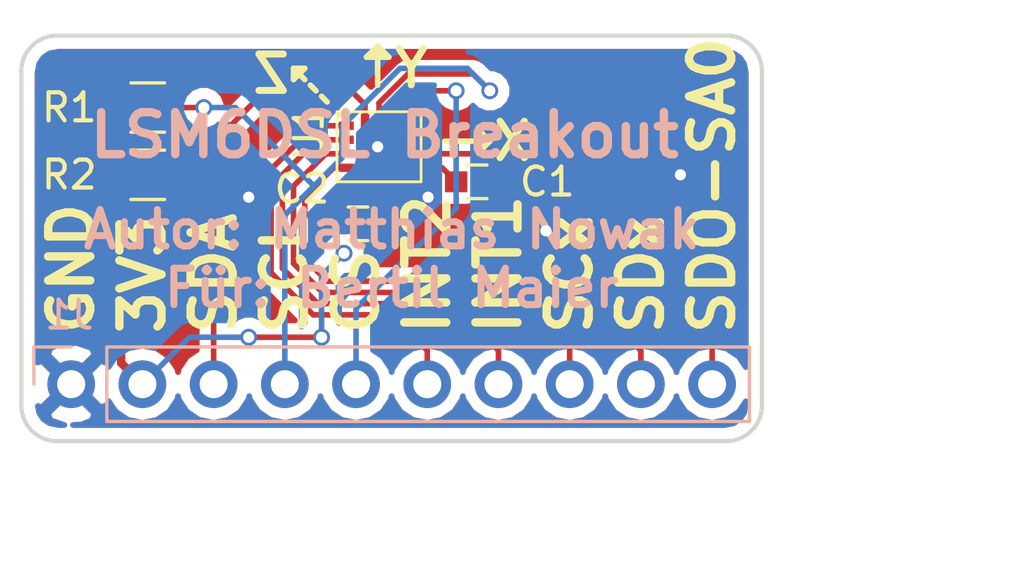
<source format=kicad_pcb>
(kicad_pcb (version 4) (host pcbnew 4.0.7)

  (general
    (links 20)
    (no_connects 0)
    (area 126.416999 112.954999 152.983001 127.583001)
    (thickness 1.6)
    (drawings 46)
    (tracks 113)
    (zones 0)
    (modules 6)
    (nets 13)
  )

  (page A4)
  (layers
    (0 F.Cu signal hide)
    (31 B.Cu signal)
    (32 B.Adhes user)
    (33 F.Adhes user)
    (34 B.Paste user)
    (35 F.Paste user)
    (36 B.SilkS user hide)
    (37 F.SilkS user hide)
    (38 B.Mask user)
    (39 F.Mask user)
    (40 Dwgs.User user)
    (41 Cmts.User user)
    (42 Eco1.User user)
    (43 Eco2.User user)
    (44 Edge.Cuts user)
    (45 Margin user)
    (46 B.CrtYd user)
    (47 F.CrtYd user)
    (48 B.Fab user)
    (49 F.Fab user hide)
  )

  (setup
    (last_trace_width 0.2)
    (user_trace_width 0.3)
    (trace_clearance 0.18)
    (zone_clearance 0.4)
    (zone_45_only no)
    (trace_min 0.16)
    (segment_width 0.2)
    (edge_width 0.15)
    (via_size 0.6)
    (via_drill 0.4)
    (via_min_size 0.5)
    (via_min_drill 0.3)
    (uvia_size 0.3)
    (uvia_drill 0.1)
    (uvias_allowed no)
    (uvia_min_size 0.2)
    (uvia_min_drill 0.1)
    (pcb_text_width 0.3)
    (pcb_text_size 1.5 1.5)
    (mod_edge_width 0.15)
    (mod_text_size 1 1)
    (mod_text_width 0.15)
    (pad_size 1.7 1.7)
    (pad_drill 1)
    (pad_to_mask_clearance 0.0508)
    (aux_axis_origin 0 0)
    (visible_elements 7FFFFDFF)
    (pcbplotparams
      (layerselection 0x00030_80000001)
      (usegerberextensions false)
      (excludeedgelayer true)
      (linewidth 0.100000)
      (plotframeref false)
      (viasonmask false)
      (mode 1)
      (useauxorigin false)
      (hpglpennumber 1)
      (hpglpenspeed 20)
      (hpglpendiameter 15)
      (hpglpenoverlay 2)
      (psnegative false)
      (psa4output false)
      (plotreference true)
      (plotvalue true)
      (plotinvisibletext false)
      (padsonsilk false)
      (subtractmaskfromsilk false)
      (outputformat 1)
      (mirror false)
      (drillshape 1)
      (scaleselection 1)
      (outputdirectory ""))
  )

  (net 0 "")
  (net 1 GND)
  (net 2 VDD)
  (net 3 SDA)
  (net 4 SCL)
  (net 5 CS)
  (net 6 INT1)
  (net 7 SCx)
  (net 8 SDx)
  (net 9 SDO-SA0)
  (net 10 "Net-(U1-Pad11)")
  (net 11 "Net-(U1-Pad10)")
  (net 12 INT2)

  (net_class Default "Dies ist die voreingestellte Netzklasse."
    (clearance 0.18)
    (trace_width 0.2)
    (via_dia 0.6)
    (via_drill 0.4)
    (uvia_dia 0.3)
    (uvia_drill 0.1)
    (add_net CS)
    (add_net GND)
    (add_net INT1)
    (add_net INT2)
    (add_net "Net-(U1-Pad10)")
    (add_net "Net-(U1-Pad11)")
    (add_net SCL)
    (add_net SCx)
    (add_net SDA)
    (add_net SDO-SA0)
    (add_net SDx)
    (add_net VDD)
  )

  (module Capacitors_SMD:C_0603 (layer F.Cu) (tedit 59958EE7) (tstamp 5AA1A5A0)
    (at 142.75 118.25)
    (descr "Capacitor SMD 0603, reflow soldering, AVX (see smccp.pdf)")
    (tags "capacitor 0603")
    (path /5AA19CF9)
    (attr smd)
    (fp_text reference C1 (at 2.5 0) (layer F.SilkS)
      (effects (font (size 1 1) (thickness 0.15)))
    )
    (fp_text value 100nF (at 0 1.5) (layer F.Fab)
      (effects (font (size 1 1) (thickness 0.15)))
    )
    (fp_line (start 1.4 0.65) (end -1.4 0.65) (layer F.CrtYd) (width 0.05))
    (fp_line (start 1.4 0.65) (end 1.4 -0.65) (layer F.CrtYd) (width 0.05))
    (fp_line (start -1.4 -0.65) (end -1.4 0.65) (layer F.CrtYd) (width 0.05))
    (fp_line (start -1.4 -0.65) (end 1.4 -0.65) (layer F.CrtYd) (width 0.05))
    (fp_line (start 0.35 0.6) (end -0.35 0.6) (layer F.SilkS) (width 0.12))
    (fp_line (start -0.35 -0.6) (end 0.35 -0.6) (layer F.SilkS) (width 0.12))
    (fp_line (start -0.8 -0.4) (end 0.8 -0.4) (layer F.Fab) (width 0.1))
    (fp_line (start 0.8 -0.4) (end 0.8 0.4) (layer F.Fab) (width 0.1))
    (fp_line (start 0.8 0.4) (end -0.8 0.4) (layer F.Fab) (width 0.1))
    (fp_line (start -0.8 0.4) (end -0.8 -0.4) (layer F.Fab) (width 0.1))
    (fp_text user %R (at 0 0) (layer F.Fab)
      (effects (font (size 0.3 0.3) (thickness 0.075)))
    )
    (pad 2 smd rect (at 0.75 0) (size 0.8 0.75) (layers F.Cu F.Paste F.Mask)
      (net 1 GND))
    (pad 1 smd rect (at -0.75 0) (size 0.8 0.75) (layers F.Cu F.Paste F.Mask)
      (net 2 VDD))
    (model Capacitors_SMD.3dshapes/C_0603.wrl
      (at (xyz 0 0 0))
      (scale (xyz 1 1 1))
      (rotate (xyz 0 0 0))
    )
  )

  (module Capacitors_SMD:C_0603 (layer F.Cu) (tedit 59958EE7) (tstamp 5AA1A5B1)
    (at 138.5 119.75)
    (descr "Capacitor SMD 0603, reflow soldering, AVX (see smccp.pdf)")
    (tags "capacitor 0603")
    (path /5AA19D2C)
    (attr smd)
    (fp_text reference C2 (at -2 -1.25 180) (layer F.SilkS)
      (effects (font (size 1 1) (thickness 0.15)))
    )
    (fp_text value 100nF (at 0 1.5) (layer F.Fab)
      (effects (font (size 1 1) (thickness 0.15)))
    )
    (fp_line (start 1.4 0.65) (end -1.4 0.65) (layer F.CrtYd) (width 0.05))
    (fp_line (start 1.4 0.65) (end 1.4 -0.65) (layer F.CrtYd) (width 0.05))
    (fp_line (start -1.4 -0.65) (end -1.4 0.65) (layer F.CrtYd) (width 0.05))
    (fp_line (start -1.4 -0.65) (end 1.4 -0.65) (layer F.CrtYd) (width 0.05))
    (fp_line (start 0.35 0.6) (end -0.35 0.6) (layer F.SilkS) (width 0.12))
    (fp_line (start -0.35 -0.6) (end 0.35 -0.6) (layer F.SilkS) (width 0.12))
    (fp_line (start -0.8 -0.4) (end 0.8 -0.4) (layer F.Fab) (width 0.1))
    (fp_line (start 0.8 -0.4) (end 0.8 0.4) (layer F.Fab) (width 0.1))
    (fp_line (start 0.8 0.4) (end -0.8 0.4) (layer F.Fab) (width 0.1))
    (fp_line (start -0.8 0.4) (end -0.8 -0.4) (layer F.Fab) (width 0.1))
    (fp_text user %R (at 0 0) (layer F.Fab)
      (effects (font (size 0.3 0.3) (thickness 0.075)))
    )
    (pad 2 smd rect (at 0.75 0) (size 0.8 0.75) (layers F.Cu F.Paste F.Mask)
      (net 1 GND))
    (pad 1 smd rect (at -0.75 0) (size 0.8 0.75) (layers F.Cu F.Paste F.Mask)
      (net 2 VDD))
    (model Capacitors_SMD.3dshapes/C_0603.wrl
      (at (xyz 0 0 0))
      (scale (xyz 1 1 1))
      (rotate (xyz 0 0 0))
    )
  )

  (module Pin_Headers:Pin_Header_Straight_1x10_Pitch2.54mm (layer B.Cu) (tedit 5AA1A43B) (tstamp 5AA1A5CF)
    (at 128.27 125.476 270)
    (descr "Through hole straight pin header, 1x10, 2.54mm pitch, single row")
    (tags "Through hole pin header THT 1x10 2.54mm single row")
    (path /5AA1ADE0)
    (fp_text reference J1 (at -2.476 0.07 540) (layer B.SilkS)
      (effects (font (size 1 1) (thickness 0.15)) (justify mirror))
    )
    (fp_text value Conn_01x10 (at -2.921 -19.812 540) (layer B.Fab)
      (effects (font (size 1 1) (thickness 0.15)) (justify mirror))
    )
    (fp_line (start -0.635 1.27) (end 1.27 1.27) (layer B.Fab) (width 0.1))
    (fp_line (start 1.27 1.27) (end 1.27 -24.13) (layer B.Fab) (width 0.1))
    (fp_line (start 1.27 -24.13) (end -1.27 -24.13) (layer B.Fab) (width 0.1))
    (fp_line (start -1.27 -24.13) (end -1.27 0.635) (layer B.Fab) (width 0.1))
    (fp_line (start -1.27 0.635) (end -0.635 1.27) (layer B.Fab) (width 0.1))
    (fp_line (start -1.33 -24.19) (end 1.33 -24.19) (layer B.SilkS) (width 0.12))
    (fp_line (start -1.33 -1.27) (end -1.33 -24.19) (layer B.SilkS) (width 0.12))
    (fp_line (start 1.33 -1.27) (end 1.33 -24.19) (layer B.SilkS) (width 0.12))
    (fp_line (start -1.33 -1.27) (end 1.33 -1.27) (layer B.SilkS) (width 0.12))
    (fp_line (start -1.33 0) (end -1.33 1.33) (layer B.SilkS) (width 0.12))
    (fp_line (start -1.33 1.33) (end 0 1.33) (layer B.SilkS) (width 0.12))
    (fp_line (start -1.8 1.8) (end -1.8 -24.65) (layer B.CrtYd) (width 0.05))
    (fp_line (start -1.8 -24.65) (end 1.8 -24.65) (layer B.CrtYd) (width 0.05))
    (fp_line (start 1.8 -24.65) (end 1.8 1.8) (layer B.CrtYd) (width 0.05))
    (fp_line (start 1.8 1.8) (end -1.8 1.8) (layer B.CrtYd) (width 0.05))
    (fp_text user %R (at 0 -11.43 540) (layer B.Fab)
      (effects (font (size 1 1) (thickness 0.15)) (justify mirror))
    )
    (pad 1 thru_hole circle (at 0 0 270) (size 1.7 1.7) (drill 1) (layers *.Cu *.Mask)
      (net 1 GND))
    (pad 2 thru_hole oval (at 0 -2.54 270) (size 1.7 1.7) (drill 1) (layers *.Cu *.Mask)
      (net 2 VDD))
    (pad 3 thru_hole oval (at 0 -5.08 270) (size 1.7 1.7) (drill 1) (layers *.Cu *.Mask)
      (net 3 SDA))
    (pad 4 thru_hole oval (at 0 -7.62 270) (size 1.7 1.7) (drill 1) (layers *.Cu *.Mask)
      (net 4 SCL))
    (pad 5 thru_hole oval (at 0 -10.16 270) (size 1.7 1.7) (drill 1) (layers *.Cu *.Mask)
      (net 5 CS))
    (pad 6 thru_hole oval (at 0 -12.7 270) (size 1.7 1.7) (drill 1) (layers *.Cu *.Mask)
      (net 9 SDO-SA0))
    (pad 7 thru_hole oval (at 0 -15.24 270) (size 1.7 1.7) (drill 1) (layers *.Cu *.Mask)
      (net 8 SDx))
    (pad 8 thru_hole oval (at 0 -17.78 270) (size 1.7 1.7) (drill 1) (layers *.Cu *.Mask)
      (net 7 SCx))
    (pad 9 thru_hole oval (at 0 -20.32 270) (size 1.7 1.7) (drill 1) (layers *.Cu *.Mask)
      (net 6 INT1))
    (pad 10 thru_hole oval (at 0 -22.86 270) (size 1.7 1.7) (drill 1) (layers *.Cu *.Mask)
      (net 12 INT2))
    (model ${KISYS3DMOD}/Pin_Headers.3dshapes/Pin_Header_Straight_1x10_Pitch2.54mm.wrl
      (at (xyz 0 0 0))
      (scale (xyz 1 1 1))
      (rotate (xyz 0 0 0))
    )
  )

  (module Resistors_SMD:R_0805 (layer F.Cu) (tedit 58E0A804) (tstamp 5AA1A5E0)
    (at 131 115.6)
    (descr "Resistor SMD 0805, reflow soldering, Vishay (see dcrcw.pdf)")
    (tags "resistor 0805")
    (path /5AA19D94)
    (attr smd)
    (fp_text reference R1 (at -2.8 0) (layer F.SilkS)
      (effects (font (size 1 1) (thickness 0.15)))
    )
    (fp_text value 4K7 (at 0 1.75) (layer F.Fab)
      (effects (font (size 1 1) (thickness 0.15)))
    )
    (fp_text user %R (at 0 0) (layer F.Fab)
      (effects (font (size 0.5 0.5) (thickness 0.075)))
    )
    (fp_line (start -1 0.62) (end -1 -0.62) (layer F.Fab) (width 0.1))
    (fp_line (start 1 0.62) (end -1 0.62) (layer F.Fab) (width 0.1))
    (fp_line (start 1 -0.62) (end 1 0.62) (layer F.Fab) (width 0.1))
    (fp_line (start -1 -0.62) (end 1 -0.62) (layer F.Fab) (width 0.1))
    (fp_line (start 0.6 0.88) (end -0.6 0.88) (layer F.SilkS) (width 0.12))
    (fp_line (start -0.6 -0.88) (end 0.6 -0.88) (layer F.SilkS) (width 0.12))
    (fp_line (start -1.55 -0.9) (end 1.55 -0.9) (layer F.CrtYd) (width 0.05))
    (fp_line (start -1.55 -0.9) (end -1.55 0.9) (layer F.CrtYd) (width 0.05))
    (fp_line (start 1.55 0.9) (end 1.55 -0.9) (layer F.CrtYd) (width 0.05))
    (fp_line (start 1.55 0.9) (end -1.55 0.9) (layer F.CrtYd) (width 0.05))
    (pad 1 smd rect (at -0.95 0) (size 0.7 1.3) (layers F.Cu F.Paste F.Mask)
      (net 2 VDD))
    (pad 2 smd rect (at 0.95 0) (size 0.7 1.3) (layers F.Cu F.Paste F.Mask)
      (net 4 SCL))
    (model ${KISYS3DMOD}/Resistors_SMD.3dshapes/R_0805.wrl
      (at (xyz 0 0 0))
      (scale (xyz 1 1 1))
      (rotate (xyz 0 0 0))
    )
  )

  (module Resistors_SMD:R_0805 (layer F.Cu) (tedit 58E0A804) (tstamp 5AA1A5F1)
    (at 131 118)
    (descr "Resistor SMD 0805, reflow soldering, Vishay (see dcrcw.pdf)")
    (tags "resistor 0805")
    (path /5AA19D5B)
    (attr smd)
    (fp_text reference R2 (at -2.8 0) (layer F.SilkS)
      (effects (font (size 1 1) (thickness 0.15)))
    )
    (fp_text value 4K7 (at 0 1.75) (layer F.Fab)
      (effects (font (size 1 1) (thickness 0.15)))
    )
    (fp_text user %R (at 0 0) (layer F.Fab)
      (effects (font (size 0.5 0.5) (thickness 0.075)))
    )
    (fp_line (start -1 0.62) (end -1 -0.62) (layer F.Fab) (width 0.1))
    (fp_line (start 1 0.62) (end -1 0.62) (layer F.Fab) (width 0.1))
    (fp_line (start 1 -0.62) (end 1 0.62) (layer F.Fab) (width 0.1))
    (fp_line (start -1 -0.62) (end 1 -0.62) (layer F.Fab) (width 0.1))
    (fp_line (start 0.6 0.88) (end -0.6 0.88) (layer F.SilkS) (width 0.12))
    (fp_line (start -0.6 -0.88) (end 0.6 -0.88) (layer F.SilkS) (width 0.12))
    (fp_line (start -1.55 -0.9) (end 1.55 -0.9) (layer F.CrtYd) (width 0.05))
    (fp_line (start -1.55 -0.9) (end -1.55 0.9) (layer F.CrtYd) (width 0.05))
    (fp_line (start 1.55 0.9) (end 1.55 -0.9) (layer F.CrtYd) (width 0.05))
    (fp_line (start 1.55 0.9) (end -1.55 0.9) (layer F.CrtYd) (width 0.05))
    (pad 1 smd rect (at -0.95 0) (size 0.7 1.3) (layers F.Cu F.Paste F.Mask)
      (net 2 VDD))
    (pad 2 smd rect (at 0.95 0) (size 0.7 1.3) (layers F.Cu F.Paste F.Mask)
      (net 3 SDA))
    (model ${KISYS3DMOD}/Resistors_SMD.3dshapes/R_0805.wrl
      (at (xyz 0 0 0))
      (scale (xyz 1 1 1))
      (rotate (xyz 0 0 0))
    )
  )

  (module LSM6DSL:LGA-14-2.5x3x0.86 (layer F.Cu) (tedit 5AA1A1F9) (tstamp 5AA1A609)
    (at 139.25 117)
    (path /5AA1A4D8)
    (fp_text reference U1 (at -2.5 -0.5 90) (layer F.SilkS)
      (effects (font (size 1 1) (thickness 0.15)))
    )
    (fp_text value LSM6DSL (at -0.05 -0.6) (layer F.Fab)
      (effects (font (size 1 1) (thickness 0.15)))
    )
    (fp_line (start -1.35 -1.25) (end -1.5 -1.1) (layer F.SilkS) (width 0.1))
    (fp_line (start -1.5 -1) (end -1.25 -1.25) (layer F.SilkS) (width 0.1))
    (fp_line (start 1.5 1.25) (end 1.5 -1.25) (layer F.SilkS) (width 0.1))
    (fp_line (start -1.5 1.25) (end 1.5 1.25) (layer F.SilkS) (width 0.1))
    (fp_line (start -1.5 -1.25) (end -1.5 1.25) (layer F.SilkS) (width 0.1))
    (fp_line (start 1.5 -1.25) (end -1.5 -1.25) (layer F.SilkS) (width 0.1))
    (pad 13 smd rect (at 0 -0.9125) (size 0.3 0.525) (layers F.Cu F.Paste F.Mask)
      (net 4 SCL))
    (pad 7 smd rect (at 0.5 0.9125) (size 0.3 0.525) (layers F.Cu F.Paste F.Mask)
      (net 1 GND))
    (pad 5 smd rect (at -0.5 0.9125) (size 0.3 0.525) (layers F.Cu F.Paste F.Mask)
      (net 2 VDD))
    (pad 12 smd rect (at 0.5 -0.9125) (size 0.3 0.525) (layers F.Cu F.Paste F.Mask)
      (net 5 CS))
    (pad 6 smd rect (at 0 0.9125) (size 0.3 0.525) (layers F.Cu F.Paste F.Mask)
      (net 1 GND))
    (pad 14 smd rect (at -0.5 -0.9125) (size 0.3 0.525) (layers F.Cu F.Paste F.Mask)
      (net 3 SDA))
    (pad 9 smd rect (at 1.1625 0.25 90) (size 0.3 0.525) (layers F.Cu F.Paste F.Mask)
      (net 12 INT2))
    (pad 8 smd rect (at 1.1625 0.75 90) (size 0.3 0.525) (layers F.Cu F.Paste F.Mask)
      (net 2 VDD))
    (pad 11 smd rect (at 1.1625 -0.75 90) (size 0.3 0.525) (layers F.Cu F.Paste F.Mask)
      (net 10 "Net-(U1-Pad11)"))
    (pad 10 smd rect (at 1.1625 -0.25 90) (size 0.3 0.525) (layers F.Cu F.Paste F.Mask)
      (net 11 "Net-(U1-Pad10)"))
    (pad 4 smd rect (at -1.1625 0.75 90) (size 0.3 0.525) (layers F.Cu F.Paste F.Mask)
      (net 6 INT1))
    (pad 3 smd rect (at -1.1625 0.25 90) (size 0.3 0.525) (layers F.Cu F.Paste F.Mask)
      (net 7 SCx))
    (pad 2 smd rect (at -1.1625 -0.25 90) (size 0.3 0.525) (layers F.Cu F.Paste F.Mask)
      (net 8 SDx))
    (pad 1 smd rect (at -1.1625 -0.75 90) (size 0.3 0.525) (layers F.Cu F.Paste F.Mask)
      (net 9 SDO-SA0))
  )

  (dimension 26.416 (width 0.3) (layer Eco1.User)
    (gr_text "26,416 mm" (at 139.7 132.668) (layer Eco1.User)
      (effects (font (size 1.5 1.5) (thickness 0.3)))
    )
    (feature1 (pts (xy 126.492 128.778) (xy 126.492 134.018)))
    (feature2 (pts (xy 152.908 128.778) (xy 152.908 134.018)))
    (crossbar (pts (xy 152.908 131.318) (xy 126.492 131.318)))
    (arrow1a (pts (xy 126.492 131.318) (xy 127.618504 130.731579)))
    (arrow1b (pts (xy 126.492 131.318) (xy 127.618504 131.904421)))
    (arrow2a (pts (xy 152.908 131.318) (xy 151.781496 130.731579)))
    (arrow2b (pts (xy 152.908 131.318) (xy 151.781496 131.904421)))
  )
  (dimension 14.478 (width 0.3) (layer Eco1.User)
    (gr_text "14,478 mm" (at 159.592 120.269 90) (layer Eco1.User)
      (effects (font (size 1.5 1.5) (thickness 0.3)))
    )
    (feature1 (pts (xy 154.178 113.03) (xy 160.942 113.03)))
    (feature2 (pts (xy 154.178 127.508) (xy 160.942 127.508)))
    (crossbar (pts (xy 158.242 127.508) (xy 158.242 113.03)))
    (arrow1a (pts (xy 158.242 113.03) (xy 158.828421 114.156504)))
    (arrow1b (pts (xy 158.242 113.03) (xy 157.655579 114.156504)))
    (arrow2a (pts (xy 158.242 127.508) (xy 158.828421 126.381496)))
    (arrow2b (pts (xy 158.242 127.508) (xy 157.655579 126.381496)))
  )
  (gr_arc (start 127.762 114.3) (end 126.492 114.3) (angle 90) (layer Edge.Cuts) (width 0.15))
  (gr_arc (start 151.638 114.3) (end 151.638 113.03) (angle 90) (layer Edge.Cuts) (width 0.15))
  (gr_arc (start 151.638 126.238) (end 152.908 126.238) (angle 90) (layer Edge.Cuts) (width 0.15))
  (gr_arc (start 127.762 126.238) (end 127.762 127.508) (angle 90) (layer Edge.Cuts) (width 0.15))
  (gr_line (start 143.2 116.8) (end 142.8 116.6) (layer F.SilkS) (width 0.2))
  (gr_line (start 143.2 116.8) (end 142.8 117) (layer F.SilkS) (width 0.2))
  (gr_line (start 142.8 117.2) (end 143.2 116.8) (layer F.SilkS) (width 0.2))
  (gr_line (start 142.8 116.8) (end 142.8 117.2) (layer F.SilkS) (width 0.2))
  (gr_line (start 142.8 116.4) (end 142.8 116.8) (layer F.SilkS) (width 0.2))
  (gr_line (start 143.2 116.8) (end 142.8 116.4) (layer F.SilkS) (width 0.2))
  (gr_line (start 139.2 113.4) (end 139 113.8) (layer F.SilkS) (width 0.2))
  (gr_line (start 139.2 113.4) (end 139.4 113.8) (layer F.SilkS) (width 0.2))
  (gr_line (start 139.6 113.8) (end 139.2 113.4) (layer F.SilkS) (width 0.2))
  (gr_line (start 139.2 113.8) (end 139.6 113.8) (layer F.SilkS) (width 0.2))
  (gr_line (start 138.8 113.8) (end 139.2 113.8) (layer F.SilkS) (width 0.2))
  (gr_line (start 139.2 113.4) (end 138.8 113.8) (layer F.SilkS) (width 0.2))
  (gr_text Z (at 135.4 114.4) (layer F.SilkS) (tstamp 5AA1AB5D)
    (effects (font (size 1.3 1.3) (thickness 0.25)) (justify mirror))
  )
  (gr_text X (at 144 116.8) (layer F.SilkS) (tstamp 5AA1AB56)
    (effects (font (size 1.3 1.3) (thickness 0.25)) (justify mirror))
  )
  (gr_text Y (at 140.4 114.2) (layer F.SilkS)
    (effects (font (size 1.3 1.3) (thickness 0.25)) (justify mirror))
  )
  (gr_line (start 136.6 114.2) (end 136.2 114.2) (layer F.SilkS) (width 0.2))
  (gr_line (start 136.2 114.6) (end 136.6 114.2) (layer F.SilkS) (width 0.2))
  (gr_line (start 136.2 114.2) (end 136.2 114.6) (layer F.SilkS) (width 0.2))
  (gr_line (start 136.4 114.4) (end 136.2 114.2) (layer F.SilkS) (width 0.2))
  (gr_line (start 136.6 114.6) (end 136.4 114.4) (layer F.SilkS) (width 0.2))
  (gr_line (start 137 115) (end 136.8 114.8) (layer F.SilkS) (width 0.2))
  (gr_line (start 137.4 115.4) (end 137.2 115.2) (layer F.SilkS) (width 0.2))
  (gr_line (start 139.2 114.8) (end 139.2 113.4) (layer F.SilkS) (width 0.2))
  (gr_line (start 141.6 116.8) (end 143.2 116.8) (layer F.SilkS) (width 0.2))
  (gr_line (start 126.492 114.3) (end 126.492 126.238) (layer Edge.Cuts) (width 0.15))
  (gr_line (start 151.638 113.03) (end 127.762 113.03) (layer Edge.Cuts) (width 0.15))
  (gr_line (start 152.908 126.238) (end 152.908 114.3) (layer Edge.Cuts) (width 0.15))
  (gr_text "Autor: Matthias Nowak\nFür: Bertil Maier" (at 139.7 121) (layer B.SilkS)
    (effects (font (size 1.3 1.3) (thickness 0.25)))
  )
  (gr_text "LSM6DSL Breakout" (at 139.446 116.586) (layer B.SilkS)
    (effects (font (size 1.5 1.5) (thickness 0.3)))
  )
  (gr_text SDO-SA0 (at 151.13 123.825 90) (layer F.SilkS) (tstamp 5AA1A861)
    (effects (font (size 1.5 1.5) (thickness 0.3)) (justify left))
  )
  (gr_text SDx (at 148.59 123.825 90) (layer F.SilkS) (tstamp 5AA1A860)
    (effects (font (size 1.5 1.5) (thickness 0.3)) (justify left))
  )
  (gr_text SCx (at 146.05 123.825 90) (layer F.SilkS) (tstamp 5AA1A85F)
    (effects (font (size 1.5 1.5) (thickness 0.3)) (justify left))
  )
  (gr_text INT1 (at 143.51 123.825 90) (layer F.SilkS) (tstamp 5AA1A85E)
    (effects (font (size 1.5 1.5) (thickness 0.3)) (justify left))
  )
  (gr_text INT2 (at 140.97 123.825 90) (layer F.SilkS) (tstamp 5AA1A85D)
    (effects (font (size 1.5 1.5) (thickness 0.3)) (justify left))
  )
  (gr_text CS (at 138.43 123.825 90) (layer F.SilkS) (tstamp 5AA1A85C)
    (effects (font (size 1.5 1.5) (thickness 0.3)) (justify left))
  )
  (gr_text SCL (at 135.89 123.825 90) (layer F.SilkS) (tstamp 5AA1A85B)
    (effects (font (size 1.5 1.5) (thickness 0.3)) (justify left))
  )
  (gr_text SDA (at 133.35 123.825 90) (layer F.SilkS) (tstamp 5AA1A85A)
    (effects (font (size 1.5 1.5) (thickness 0.3)) (justify left))
  )
  (gr_text 3V3 (at 130.81 123.825 90) (layer F.SilkS)
    (effects (font (size 1.5 1.5) (thickness 0.3)) (justify left))
  )
  (gr_text GND (at 128.27 123.825 90) (layer F.SilkS)
    (effects (font (size 1.5 1.5) (thickness 0.3)) (justify left))
  )
  (gr_line (start 127.762 127.508) (end 151.638 127.508) (layer Edge.Cuts) (width 0.15))

  (segment (start 139.2 117) (end 141 118.8) (width 0.2) (layer B.Cu) (net 1))
  (via (at 141 118.8) (size 0.6) (drill 0.4) (layers F.Cu B.Cu) (net 1))
  (segment (start 139.2 117) (end 139.2 118) (width 0.2) (layer B.Cu) (net 1))
  (segment (start 139.2 118) (end 140.6 119.4) (width 0.2) (layer B.Cu) (net 1))
  (segment (start 145.2 120) (end 148 120) (width 0.2) (layer B.Cu) (net 1))
  (segment (start 148 120) (end 150 118) (width 0.2) (layer B.Cu) (net 1))
  (via (at 150 118) (size 0.6) (drill 0.4) (layers F.Cu B.Cu) (net 1))
  (segment (start 143.5 118.25) (end 143.525 118.25) (width 0.2) (layer F.Cu) (net 1))
  (segment (start 143.525 118.25) (end 145.2 119.925) (width 0.2) (layer F.Cu) (net 1))
  (segment (start 145.2 119.925) (end 145.2 120) (width 0.2) (layer F.Cu) (net 1))
  (via (at 145.2 120) (size 0.6) (drill 0.4) (layers F.Cu B.Cu) (net 1))
  (segment (start 128.27 125.476) (end 134.6 119.146) (width 0.2) (layer B.Cu) (net 1))
  (segment (start 134.6 119.146) (end 134.6 118.8) (width 0.2) (layer B.Cu) (net 1))
  (via (at 134.6 118.8) (size 0.6) (drill 0.4) (layers F.Cu B.Cu) (net 1))
  (segment (start 139.25 117.9125) (end 139.25 117.05) (width 0.2) (layer F.Cu) (net 1))
  (segment (start 139.25 117.05) (end 139.2 117) (width 0.2) (layer F.Cu) (net 1))
  (via (at 139.2 117) (size 0.6) (drill 0.4) (layers F.Cu B.Cu) (net 1))
  (segment (start 139.25 117.9125) (end 139.75 117.9125) (width 0.2) (layer F.Cu) (net 1))
  (segment (start 134.6 123.8) (end 132.486 123.8) (width 0.2) (layer B.Cu) (net 2))
  (segment (start 132.486 123.8) (end 130.81 125.476) (width 0.2) (layer B.Cu) (net 2))
  (segment (start 137.2 123.8) (end 134.6 123.8) (width 0.2) (layer F.Cu) (net 2))
  (via (at 134.6 123.8) (size 0.6) (drill 0.4) (layers F.Cu B.Cu) (net 2))
  (segment (start 138 120.8) (end 137.2 121.6) (width 0.2) (layer B.Cu) (net 2))
  (segment (start 137.2 121.6) (end 137.2 123.8) (width 0.2) (layer B.Cu) (net 2))
  (via (at 137.2 123.8) (size 0.6) (drill 0.4) (layers F.Cu B.Cu) (net 2))
  (segment (start 137.75 119.75) (end 137.75 120.55) (width 0.2) (layer F.Cu) (net 2))
  (segment (start 137.75 120.55) (end 138 120.8) (width 0.2) (layer F.Cu) (net 2))
  (via (at 138 120.8) (size 0.6) (drill 0.4) (layers F.Cu B.Cu) (net 2))
  (segment (start 140.4125 117.75) (end 140.4125 118.1) (width 0.2) (layer F.Cu) (net 2))
  (segment (start 140.0125 118.5) (end 138.625 118.5) (width 0.2) (layer F.Cu) (net 2))
  (segment (start 140.4125 118.1) (end 140.0125 118.5) (width 0.2) (layer F.Cu) (net 2))
  (segment (start 130.05 115.6) (end 130.05 118) (width 0.3) (layer F.Cu) (net 2))
  (segment (start 130.05 118) (end 130.05 124.716) (width 0.3) (layer F.Cu) (net 2))
  (segment (start 130.05 124.716) (end 130.81 125.476) (width 0.3) (layer F.Cu) (net 2))
  (segment (start 140.4125 117.75) (end 141.5 117.75) (width 0.2) (layer F.Cu) (net 2))
  (segment (start 141.5 117.75) (end 142 118.25) (width 0.2) (layer F.Cu) (net 2))
  (segment (start 138.25 118.5) (end 137.75 119) (width 0.2) (layer F.Cu) (net 2))
  (segment (start 137.75 119) (end 137.75 119.75) (width 0.2) (layer F.Cu) (net 2))
  (segment (start 138.625 118.5) (end 138.25 118.5) (width 0.2) (layer F.Cu) (net 2))
  (segment (start 138.75 117.9125) (end 138.75 118.375) (width 0.2) (layer F.Cu) (net 2))
  (segment (start 138.75 118.375) (end 138.625 118.5) (width 0.2) (layer F.Cu) (net 2))
  (segment (start 133.35 118.4) (end 133.35 119) (width 0.2) (layer F.Cu) (net 3))
  (segment (start 133.35 119) (end 133.35 125.476) (width 0.2) (layer F.Cu) (net 3))
  (segment (start 131.95 118) (end 132.5 118) (width 0.2) (layer F.Cu) (net 3))
  (segment (start 132.5 118) (end 133.35 118.85) (width 0.2) (layer F.Cu) (net 3))
  (segment (start 133.35 118.85) (end 133.35 119) (width 0.2) (layer F.Cu) (net 3))
  (segment (start 133.35 118.15) (end 133.35 118.4) (width 0.2) (layer F.Cu) (net 3))
  (segment (start 133.35 118.4) (end 133.35 116.85) (width 0.2) (layer F.Cu) (net 3))
  (segment (start 135.2 115) (end 133.4 116.8) (width 0.2) (layer F.Cu) (net 3))
  (segment (start 133.35 116.85) (end 133.4 116.8) (width 0.2) (layer F.Cu) (net 3))
  (segment (start 136.5 115) (end 135.2 115) (width 0.2) (layer F.Cu) (net 3))
  (segment (start 138.75 116.0875) (end 138.75 115.5) (width 0.2) (layer F.Cu) (net 3))
  (segment (start 138.75 115.5) (end 138.25 115) (width 0.2) (layer F.Cu) (net 3))
  (segment (start 138.25 115) (end 136.5 115) (width 0.2) (layer F.Cu) (net 3))
  (segment (start 142.4 114.2) (end 140 114.2) (width 0.2) (layer B.Cu) (net 4))
  (segment (start 140 114.2) (end 137.925736 116.274264) (width 0.2) (layer B.Cu) (net 4))
  (segment (start 143.2 115) (end 142.4 114.2) (width 0.2) (layer B.Cu) (net 4))
  (segment (start 140.284302 114.4) (end 142.6 114.4) (width 0.2) (layer F.Cu) (net 4))
  (segment (start 142.6 114.4) (end 143.2 115) (width 0.2) (layer F.Cu) (net 4))
  (via (at 143.2 115) (size 0.6) (drill 0.4) (layers F.Cu B.Cu) (net 4))
  (segment (start 139.25 115.434302) (end 140.284302 114.4) (width 0.2) (layer F.Cu) (net 4))
  (segment (start 137.925736 117.4) (end 136.925736 118.4) (width 0.2) (layer B.Cu) (net 4))
  (segment (start 137.925736 116.274264) (end 137.925736 117.4) (width 0.2) (layer B.Cu) (net 4))
  (segment (start 136.925736 118.4) (end 135.89 119.435736) (width 0.2) (layer B.Cu) (net 4))
  (segment (start 133 115.6) (end 134.125736 115.6) (width 0.2) (layer B.Cu) (net 4))
  (segment (start 134.125736 115.6) (end 136.925736 118.4) (width 0.2) (layer B.Cu) (net 4))
  (segment (start 131.95 115.6) (end 133 115.6) (width 0.2) (layer F.Cu) (net 4))
  (via (at 133 115.6) (size 0.6) (drill 0.4) (layers F.Cu B.Cu) (net 4))
  (segment (start 135.89 119.435736) (end 135.89 124.273919) (width 0.2) (layer B.Cu) (net 4))
  (segment (start 135.89 124.273919) (end 135.89 125.476) (width 0.2) (layer B.Cu) (net 4))
  (segment (start 139.25 116.0875) (end 139.25 115.434302) (width 0.2) (layer F.Cu) (net 4))
  (segment (start 142 115) (end 142 119.2) (width 0.2) (layer B.Cu) (net 5))
  (segment (start 142 119.2) (end 138.43 122.77) (width 0.2) (layer B.Cu) (net 5))
  (segment (start 138.43 122.77) (end 138.43 125.476) (width 0.2) (layer B.Cu) (net 5))
  (segment (start 139.75 115.5) (end 140.25 115) (width 0.2) (layer F.Cu) (net 5))
  (segment (start 140.25 115) (end 142 115) (width 0.2) (layer F.Cu) (net 5))
  (via (at 142 115) (size 0.6) (drill 0.4) (layers F.Cu B.Cu) (net 5))
  (segment (start 139.75 115.975) (end 139.75 115.5) (width 0.2) (layer F.Cu) (net 5))
  (segment (start 139.75 116.0875) (end 139.75 115.975) (width 0.2) (layer F.Cu) (net 5))
  (segment (start 138.0875 117.75) (end 137.625 117.75) (width 0.2) (layer F.Cu) (net 6))
  (segment (start 148.59 124.273919) (end 148.59 125.476) (width 0.2) (layer F.Cu) (net 6))
  (segment (start 146.116081 121.8) (end 148.59 124.273919) (width 0.2) (layer F.Cu) (net 6))
  (segment (start 137.4 121.8) (end 146.116081 121.8) (width 0.2) (layer F.Cu) (net 6))
  (segment (start 136.6 121) (end 137.4 121.8) (width 0.2) (layer F.Cu) (net 6))
  (segment (start 136.6 118.775) (end 136.6 121) (width 0.2) (layer F.Cu) (net 6))
  (segment (start 137.625 117.75) (end 136.6 118.775) (width 0.2) (layer F.Cu) (net 6))
  (segment (start 144.4 122.2) (end 146.05 123.85) (width 0.2) (layer F.Cu) (net 7))
  (segment (start 138.0875 117.25) (end 137.35 117.25) (width 0.2) (layer F.Cu) (net 7))
  (segment (start 137.35 117.25) (end 136.2 118.4) (width 0.2) (layer F.Cu) (net 7))
  (segment (start 136.2 121.165699) (end 137.234301 122.2) (width 0.2) (layer F.Cu) (net 7))
  (segment (start 136.2 118.4) (end 136.2 121.165699) (width 0.2) (layer F.Cu) (net 7))
  (segment (start 137.234301 122.2) (end 144.4 122.2) (width 0.2) (layer F.Cu) (net 7))
  (segment (start 146.05 123.85) (end 146.05 125.476) (width 0.2) (layer F.Cu) (net 7))
  (segment (start 143.51 125.476) (end 143.51 124.273919) (width 0.2) (layer F.Cu) (net 8))
  (segment (start 135.799992 118.000008) (end 137.05 116.75) (width 0.2) (layer F.Cu) (net 8))
  (segment (start 135.799992 121.331389) (end 135.799992 118.000008) (width 0.2) (layer F.Cu) (net 8))
  (segment (start 137.068611 122.600008) (end 135.799992 121.331389) (width 0.2) (layer F.Cu) (net 8))
  (segment (start 141.836073 122.600008) (end 137.068611 122.600008) (width 0.2) (layer F.Cu) (net 8))
  (segment (start 141.836081 122.6) (end 141.836073 122.600008) (width 0.2) (layer F.Cu) (net 8))
  (segment (start 143.51 124.273919) (end 141.836081 122.6) (width 0.2) (layer F.Cu) (net 8))
  (segment (start 137.05 116.75) (end 138.0875 116.75) (width 0.2) (layer F.Cu) (net 8))
  (segment (start 135.399982 121.497078) (end 136.8 122.897096) (width 0.2) (layer F.Cu) (net 9))
  (segment (start 138.0875 116.25) (end 136.95 116.25) (width 0.2) (layer F.Cu) (net 9))
  (segment (start 135.399982 117.800018) (end 135.399982 117.834319) (width 0.2) (layer F.Cu) (net 9))
  (segment (start 136.95 116.25) (end 135.399982 117.800018) (width 0.2) (layer F.Cu) (net 9))
  (segment (start 135.399982 117.834319) (end 135.399982 121.497078) (width 0.2) (layer F.Cu) (net 9))
  (segment (start 136.902922 123.000018) (end 136.8 122.897096) (width 0.2) (layer F.Cu) (net 9))
  (segment (start 139.696099 123.000018) (end 136.902922 123.000018) (width 0.2) (layer F.Cu) (net 9))
  (segment (start 140.97 124.273919) (end 139.696099 123.000018) (width 0.2) (layer F.Cu) (net 9))
  (segment (start 140.97 125.476) (end 140.97 124.273919) (width 0.2) (layer F.Cu) (net 9))
  (segment (start 140.4125 117.25) (end 144.25 117.25) (width 0.2) (layer F.Cu) (net 12))
  (segment (start 144.25 117.25) (end 151.13 124.13) (width 0.2) (layer F.Cu) (net 12))
  (segment (start 151.13 124.13) (end 151.13 125.476) (width 0.2) (layer F.Cu) (net 12))

  (zone (net 1) (net_name GND) (layer B.Cu) (tstamp 0) (hatch edge 0.508)
    (connect_pads (clearance 0.4))
    (min_thickness 0.2)
    (fill yes (arc_segments 16) (thermal_gap 0.508) (thermal_bridge_width 0.508))
    (polygon
      (pts
        (xy 125.73 128.27) (xy 153.67 128.27) (xy 153.67 111.76) (xy 125.73 111.76)
      )
    )
    (filled_polygon
      (pts
        (xy 139.77039 113.645672) (xy 139.575736 113.775736) (xy 137.501472 115.85) (xy 137.371408 116.044654) (xy 137.325736 116.274264)
        (xy 137.325736 117.151472) (xy 136.925736 117.551472) (xy 134.55 115.175736) (xy 134.355346 115.045672) (xy 134.125736 115)
        (xy 133.531432 115) (xy 133.453755 114.922188) (xy 133.159828 114.800139) (xy 132.841568 114.799861) (xy 132.547428 114.921397)
        (xy 132.322188 115.146245) (xy 132.200139 115.440172) (xy 132.199861 115.758432) (xy 132.321397 116.052572) (xy 132.546245 116.277812)
        (xy 132.840172 116.399861) (xy 133.158432 116.400139) (xy 133.452572 116.278603) (xy 133.531312 116.2) (xy 133.877208 116.2)
        (xy 136.077208 118.4) (xy 135.465736 119.011472) (xy 135.335672 119.206126) (xy 135.29 119.435736) (xy 135.29 123.375011)
        (xy 135.278603 123.347428) (xy 135.053755 123.122188) (xy 134.759828 123.000139) (xy 134.441568 122.999861) (xy 134.147428 123.121397)
        (xy 134.068688 123.2) (xy 132.486 123.2) (xy 132.25639 123.245672) (xy 132.061736 123.375736) (xy 131.250332 124.18714)
        (xy 130.81 124.099552) (xy 130.293377 124.202315) (xy 129.855406 124.494958) (xy 129.610525 124.861448) (xy 129.556704 124.73151)
        (xy 129.31627 124.647519) (xy 128.487789 125.476) (xy 129.31627 126.304481) (xy 129.556704 126.22049) (xy 129.604181 126.081057)
        (xy 129.855406 126.457042) (xy 130.293377 126.749685) (xy 130.81 126.852448) (xy 131.326623 126.749685) (xy 131.764594 126.457042)
        (xy 132.057237 126.019071) (xy 132.08 125.904634) (xy 132.102763 126.019071) (xy 132.395406 126.457042) (xy 132.833377 126.749685)
        (xy 133.35 126.852448) (xy 133.866623 126.749685) (xy 134.304594 126.457042) (xy 134.597237 126.019071) (xy 134.62 125.904634)
        (xy 134.642763 126.019071) (xy 134.935406 126.457042) (xy 135.373377 126.749685) (xy 135.89 126.852448) (xy 136.406623 126.749685)
        (xy 136.844594 126.457042) (xy 137.137237 126.019071) (xy 137.16 125.904634) (xy 137.182763 126.019071) (xy 137.475406 126.457042)
        (xy 137.913377 126.749685) (xy 138.43 126.852448) (xy 138.946623 126.749685) (xy 139.384594 126.457042) (xy 139.677237 126.019071)
        (xy 139.7 125.904634) (xy 139.722763 126.019071) (xy 140.015406 126.457042) (xy 140.453377 126.749685) (xy 140.97 126.852448)
        (xy 141.486623 126.749685) (xy 141.924594 126.457042) (xy 142.217237 126.019071) (xy 142.24 125.904634) (xy 142.262763 126.019071)
        (xy 142.555406 126.457042) (xy 142.993377 126.749685) (xy 143.51 126.852448) (xy 144.026623 126.749685) (xy 144.464594 126.457042)
        (xy 144.757237 126.019071) (xy 144.78 125.904634) (xy 144.802763 126.019071) (xy 145.095406 126.457042) (xy 145.533377 126.749685)
        (xy 146.05 126.852448) (xy 146.566623 126.749685) (xy 147.004594 126.457042) (xy 147.297237 126.019071) (xy 147.32 125.904634)
        (xy 147.342763 126.019071) (xy 147.635406 126.457042) (xy 148.073377 126.749685) (xy 148.59 126.852448) (xy 149.106623 126.749685)
        (xy 149.544594 126.457042) (xy 149.837237 126.019071) (xy 149.86 125.904634) (xy 149.882763 126.019071) (xy 150.175406 126.457042)
        (xy 150.613377 126.749685) (xy 151.13 126.852448) (xy 151.646623 126.749685) (xy 152.084594 126.457042) (xy 152.333 126.085276)
        (xy 152.333 126.181366) (xy 152.269688 126.499655) (xy 152.121475 126.721474) (xy 151.899655 126.869689) (xy 151.581366 126.933)
        (xy 128.332514 126.933) (xy 128.653402 126.91227) (xy 129.01449 126.762704) (xy 129.098481 126.52227) (xy 128.27 125.693789)
        (xy 127.441519 126.52227) (xy 127.52551 126.762704) (xy 128.025644 126.933) (xy 127.818634 126.933) (xy 127.500345 126.869688)
        (xy 127.278526 126.721475) (xy 127.130311 126.499655) (xy 127.081614 126.254835) (xy 127.22373 126.304481) (xy 128.052211 125.476)
        (xy 127.22373 124.647519) (xy 127.067 124.70227) (xy 127.067 124.42973) (xy 127.441519 124.42973) (xy 128.27 125.258211)
        (xy 129.098481 124.42973) (xy 129.01449 124.189296) (xy 128.465419 124.002337) (xy 127.886598 124.03973) (xy 127.52551 124.189296)
        (xy 127.441519 124.42973) (xy 127.067 124.42973) (xy 127.067 114.356634) (xy 127.130311 114.038345) (xy 127.278526 113.816525)
        (xy 127.500345 113.668312) (xy 127.818634 113.605) (xy 139.974863 113.605)
      )
    )
    (filled_polygon
      (pts
        (xy 151.899655 113.668311) (xy 152.121475 113.816526) (xy 152.269688 114.038345) (xy 152.333 114.356634) (xy 152.333 124.866724)
        (xy 152.084594 124.494958) (xy 151.646623 124.202315) (xy 151.13 124.099552) (xy 150.613377 124.202315) (xy 150.175406 124.494958)
        (xy 149.882763 124.932929) (xy 149.86 125.047366) (xy 149.837237 124.932929) (xy 149.544594 124.494958) (xy 149.106623 124.202315)
        (xy 148.59 124.099552) (xy 148.073377 124.202315) (xy 147.635406 124.494958) (xy 147.342763 124.932929) (xy 147.32 125.047366)
        (xy 147.297237 124.932929) (xy 147.004594 124.494958) (xy 146.566623 124.202315) (xy 146.05 124.099552) (xy 145.533377 124.202315)
        (xy 145.095406 124.494958) (xy 144.802763 124.932929) (xy 144.78 125.047366) (xy 144.757237 124.932929) (xy 144.464594 124.494958)
        (xy 144.026623 124.202315) (xy 143.51 124.099552) (xy 142.993377 124.202315) (xy 142.555406 124.494958) (xy 142.262763 124.932929)
        (xy 142.24 125.047366) (xy 142.217237 124.932929) (xy 141.924594 124.494958) (xy 141.486623 124.202315) (xy 140.97 124.099552)
        (xy 140.453377 124.202315) (xy 140.015406 124.494958) (xy 139.722763 124.932929) (xy 139.7 125.047366) (xy 139.677237 124.932929)
        (xy 139.384594 124.494958) (xy 139.03 124.258026) (xy 139.03 123.018528) (xy 142.424264 119.624264) (xy 142.554328 119.429611)
        (xy 142.6 119.2) (xy 142.6 115.531432) (xy 142.60006 115.531372) (xy 142.746245 115.677812) (xy 143.040172 115.799861)
        (xy 143.358432 115.800139) (xy 143.652572 115.678603) (xy 143.877812 115.453755) (xy 143.999861 115.159828) (xy 144.000139 114.841568)
        (xy 143.878603 114.547428) (xy 143.653755 114.322188) (xy 143.359828 114.200139) (xy 143.24857 114.200042) (xy 142.824264 113.775736)
        (xy 142.62961 113.645672) (xy 142.425137 113.605) (xy 151.581366 113.605)
      )
    )
    (filled_polygon
      (pts
        (xy 141.200139 114.840172) (xy 141.199861 115.158432) (xy 141.321397 115.452572) (xy 141.4 115.531312) (xy 141.4 118.951472)
        (xy 138.005736 122.345736) (xy 137.875672 122.54039) (xy 137.83 122.77) (xy 137.83 123.29874) (xy 137.8 123.268688)
        (xy 137.8 121.848528) (xy 138.048485 121.600043) (xy 138.158432 121.600139) (xy 138.452572 121.478603) (xy 138.677812 121.253755)
        (xy 138.799861 120.959828) (xy 138.800139 120.641568) (xy 138.678603 120.347428) (xy 138.453755 120.122188) (xy 138.159828 120.000139)
        (xy 137.841568 119.999861) (xy 137.547428 120.121397) (xy 137.322188 120.346245) (xy 137.200139 120.640172) (xy 137.200042 120.75143)
        (xy 136.775736 121.175736) (xy 136.645672 121.37039) (xy 136.6 121.6) (xy 136.6 123.268568) (xy 136.522188 123.346245)
        (xy 136.49 123.423762) (xy 136.49 119.684264) (xy 138.35 117.824264) (xy 138.480064 117.62961) (xy 138.525736 117.4)
        (xy 138.525736 116.522792) (xy 140.248528 114.8) (xy 141.21682 114.8)
      )
    )
  )
  (zone (net 1) (net_name GND) (layer F.Cu) (tstamp 5AA1A8B1) (hatch edge 0.508)
    (connect_pads (clearance 0.4))
    (min_thickness 0.2)
    (fill yes (arc_segments 16) (thermal_gap 0.508) (thermal_bridge_width 0.508))
    (polygon
      (pts
        (xy 125.73 128.27) (xy 153.67 128.27) (xy 153.67 111.76) (xy 125.73 111.76)
      )
    )
    (filled_polygon
      (pts
        (xy 151.899655 113.668311) (xy 152.121475 113.816526) (xy 152.269688 114.038345) (xy 152.333 114.356634) (xy 152.333 124.866724)
        (xy 152.084594 124.494958) (xy 151.73 124.258026) (xy 151.73 124.13) (xy 151.710031 124.02961) (xy 151.684328 123.900389)
        (xy 151.554264 123.705736) (xy 144.674264 116.825736) (xy 144.47961 116.695672) (xy 144.25 116.65) (xy 141.184795 116.65)
        (xy 141.184795 116.6) (xy 141.165288 116.496328) (xy 141.184795 116.4) (xy 141.184795 116.1) (xy 141.149931 115.914711)
        (xy 141.040425 115.744535) (xy 140.873339 115.63037) (xy 140.723369 115.6) (xy 141.468568 115.6) (xy 141.546245 115.677812)
        (xy 141.840172 115.799861) (xy 142.158432 115.800139) (xy 142.452572 115.678603) (xy 142.60006 115.531372) (xy 142.746245 115.677812)
        (xy 143.040172 115.799861) (xy 143.358432 115.800139) (xy 143.652572 115.678603) (xy 143.877812 115.453755) (xy 143.999861 115.159828)
        (xy 144.000139 114.841568) (xy 143.878603 114.547428) (xy 143.653755 114.322188) (xy 143.359828 114.200139) (xy 143.24857 114.200042)
        (xy 143.024264 113.975736) (xy 142.82961 113.845672) (xy 142.6 113.8) (xy 140.284302 113.8) (xy 140.054692 113.845672)
        (xy 139.860038 113.975736) (xy 138.967151 114.868623) (xy 138.674264 114.575736) (xy 138.47961 114.445672) (xy 138.25 114.4)
        (xy 135.2 114.4) (xy 134.970389 114.445672) (xy 134.775736 114.575736) (xy 133.800043 115.551429) (xy 133.800139 115.441568)
        (xy 133.678603 115.147428) (xy 133.453755 114.922188) (xy 133.159828 114.800139) (xy 132.841568 114.799861) (xy 132.785875 114.822873)
        (xy 132.774931 114.764711) (xy 132.665425 114.594535) (xy 132.498339 114.48037) (xy 132.3 114.440205) (xy 131.6 114.440205)
        (xy 131.414711 114.475069) (xy 131.244535 114.584575) (xy 131.13037 114.751661) (xy 131.090205 114.95) (xy 131.090205 116.25)
        (xy 131.125069 116.435289) (xy 131.234575 116.605465) (xy 131.401661 116.71963) (xy 131.6 116.759795) (xy 132.3 116.759795)
        (xy 132.485289 116.724931) (xy 132.655465 116.615425) (xy 132.76963 116.448339) (xy 132.784157 116.376602) (xy 132.840172 116.399861)
        (xy 132.951514 116.399958) (xy 132.925736 116.425736) (xy 132.795672 116.62039) (xy 132.75 116.85) (xy 132.75 117.125967)
        (xy 132.665425 116.994535) (xy 132.498339 116.88037) (xy 132.3 116.840205) (xy 131.6 116.840205) (xy 131.414711 116.875069)
        (xy 131.244535 116.984575) (xy 131.13037 117.151661) (xy 131.090205 117.35) (xy 131.090205 118.65) (xy 131.125069 118.835289)
        (xy 131.234575 119.005465) (xy 131.401661 119.11963) (xy 131.6 119.159795) (xy 132.3 119.159795) (xy 132.485289 119.124931)
        (xy 132.655465 119.015425) (xy 132.660105 119.008633) (xy 132.75 119.098528) (xy 132.75 124.258026) (xy 132.395406 124.494958)
        (xy 132.102763 124.932929) (xy 132.08 125.047366) (xy 132.057237 124.932929) (xy 131.764594 124.494958) (xy 131.326623 124.202315)
        (xy 130.81 124.099552) (xy 130.7 124.121432) (xy 130.7 119.051116) (xy 130.755465 119.015425) (xy 130.86963 118.848339)
        (xy 130.909795 118.65) (xy 130.909795 117.35) (xy 130.874931 117.164711) (xy 130.765425 116.994535) (xy 130.7 116.949832)
        (xy 130.7 116.651116) (xy 130.755465 116.615425) (xy 130.86963 116.448339) (xy 130.909795 116.25) (xy 130.909795 114.95)
        (xy 130.874931 114.764711) (xy 130.765425 114.594535) (xy 130.598339 114.48037) (xy 130.4 114.440205) (xy 129.7 114.440205)
        (xy 129.514711 114.475069) (xy 129.344535 114.584575) (xy 129.23037 114.751661) (xy 129.190205 114.95) (xy 129.190205 116.25)
        (xy 129.225069 116.435289) (xy 129.334575 116.605465) (xy 129.4 116.650168) (xy 129.4 116.948884) (xy 129.344535 116.984575)
        (xy 129.23037 117.151661) (xy 129.190205 117.35) (xy 129.190205 118.65) (xy 129.225069 118.835289) (xy 129.334575 119.005465)
        (xy 129.4 119.050168) (xy 129.4 124.676768) (xy 129.31627 124.647519) (xy 128.487789 125.476) (xy 129.31627 126.304481)
        (xy 129.556704 126.22049) (xy 129.604181 126.081057) (xy 129.855406 126.457042) (xy 130.293377 126.749685) (xy 130.81 126.852448)
        (xy 131.326623 126.749685) (xy 131.764594 126.457042) (xy 132.057237 126.019071) (xy 132.08 125.904634) (xy 132.102763 126.019071)
        (xy 132.395406 126.457042) (xy 132.833377 126.749685) (xy 133.35 126.852448) (xy 133.866623 126.749685) (xy 134.304594 126.457042)
        (xy 134.597237 126.019071) (xy 134.62 125.904634) (xy 134.642763 126.019071) (xy 134.935406 126.457042) (xy 135.373377 126.749685)
        (xy 135.89 126.852448) (xy 136.406623 126.749685) (xy 136.844594 126.457042) (xy 137.137237 126.019071) (xy 137.16 125.904634)
        (xy 137.182763 126.019071) (xy 137.475406 126.457042) (xy 137.913377 126.749685) (xy 138.43 126.852448) (xy 138.946623 126.749685)
        (xy 139.384594 126.457042) (xy 139.677237 126.019071) (xy 139.7 125.904634) (xy 139.722763 126.019071) (xy 140.015406 126.457042)
        (xy 140.453377 126.749685) (xy 140.97 126.852448) (xy 141.486623 126.749685) (xy 141.924594 126.457042) (xy 142.217237 126.019071)
        (xy 142.24 125.904634) (xy 142.262763 126.019071) (xy 142.555406 126.457042) (xy 142.993377 126.749685) (xy 143.51 126.852448)
        (xy 144.026623 126.749685) (xy 144.464594 126.457042) (xy 144.757237 126.019071) (xy 144.78 125.904634) (xy 144.802763 126.019071)
        (xy 145.095406 126.457042) (xy 145.533377 126.749685) (xy 146.05 126.852448) (xy 146.566623 126.749685) (xy 147.004594 126.457042)
        (xy 147.297237 126.019071) (xy 147.32 125.904634) (xy 147.342763 126.019071) (xy 147.635406 126.457042) (xy 148.073377 126.749685)
        (xy 148.59 126.852448) (xy 149.106623 126.749685) (xy 149.544594 126.457042) (xy 149.837237 126.019071) (xy 149.86 125.904634)
        (xy 149.882763 126.019071) (xy 150.175406 126.457042) (xy 150.613377 126.749685) (xy 151.13 126.852448) (xy 151.646623 126.749685)
        (xy 152.084594 126.457042) (xy 152.333 126.085276) (xy 152.333 126.181366) (xy 152.269688 126.499655) (xy 152.121475 126.721474)
        (xy 151.899655 126.869689) (xy 151.581366 126.933) (xy 128.332514 126.933) (xy 128.653402 126.91227) (xy 129.01449 126.762704)
        (xy 129.098481 126.52227) (xy 128.27 125.693789) (xy 127.441519 126.52227) (xy 127.52551 126.762704) (xy 128.025644 126.933)
        (xy 127.818634 126.933) (xy 127.500345 126.869688) (xy 127.278526 126.721475) (xy 127.130311 126.499655) (xy 127.081614 126.254835)
        (xy 127.22373 126.304481) (xy 128.052211 125.476) (xy 127.22373 124.647519) (xy 127.067 124.70227) (xy 127.067 124.42973)
        (xy 127.441519 124.42973) (xy 128.27 125.258211) (xy 129.098481 124.42973) (xy 129.01449 124.189296) (xy 128.465419 124.002337)
        (xy 127.886598 124.03973) (xy 127.52551 124.189296) (xy 127.441519 124.42973) (xy 127.067 124.42973) (xy 127.067 114.356634)
        (xy 127.130311 114.038345) (xy 127.278526 113.816525) (xy 127.500345 113.668312) (xy 127.818634 113.605) (xy 151.581366 113.605)
      )
    )
    (filled_polygon
      (pts
        (xy 143.654 118.096) (xy 143.674 118.096) (xy 143.674 118.404) (xy 143.654 118.404) (xy 143.654 119.081)
        (xy 143.806 119.233) (xy 144.020939 119.233) (xy 144.244405 119.140437) (xy 144.415438 118.969404) (xy 144.508 118.745938)
        (xy 144.508 118.556) (xy 144.356002 118.404002) (xy 144.508 118.404002) (xy 144.508 118.356528) (xy 150.457764 124.306292)
        (xy 150.175406 124.494958) (xy 149.882763 124.932929) (xy 149.86 125.047366) (xy 149.837237 124.932929) (xy 149.544594 124.494958)
        (xy 149.186354 124.25559) (xy 149.144328 124.044309) (xy 149.014264 123.849655) (xy 146.540345 121.375736) (xy 146.345691 121.245672)
        (xy 146.116081 121.2) (xy 138.700133 121.2) (xy 138.799861 120.959828) (xy 138.800059 120.733) (xy 138.944 120.733)
        (xy 139.096 120.581) (xy 139.096 119.904) (xy 139.404 119.904) (xy 139.404 120.581) (xy 139.556 120.733)
        (xy 139.770939 120.733) (xy 139.994405 120.640437) (xy 140.165438 120.469404) (xy 140.258 120.245938) (xy 140.258 120.056)
        (xy 140.106 119.904) (xy 139.404 119.904) (xy 139.096 119.904) (xy 139.076 119.904) (xy 139.076 119.596)
        (xy 139.096 119.596) (xy 139.096 119.576) (xy 139.404 119.576) (xy 139.404 119.596) (xy 140.106 119.596)
        (xy 140.258 119.444) (xy 140.258 119.254062) (xy 140.180356 119.066612) (xy 140.24211 119.054328) (xy 140.436764 118.924264)
        (xy 140.836764 118.524264) (xy 140.953204 118.35) (xy 141.090205 118.35) (xy 141.090205 118.625) (xy 141.125069 118.810289)
        (xy 141.234575 118.980465) (xy 141.401661 119.09463) (xy 141.6 119.134795) (xy 142.4 119.134795) (xy 142.585289 119.099931)
        (xy 142.664267 119.049109) (xy 142.755595 119.140437) (xy 142.979061 119.233) (xy 143.194 119.233) (xy 143.346 119.081)
        (xy 143.346 118.404) (xy 143.326 118.404) (xy 143.326 118.096) (xy 143.346 118.096) (xy 143.346 118.076)
        (xy 143.654 118.076)
      )
    )
    (filled_polygon
      (pts
        (xy 137.639711 115.625069) (xy 137.600967 115.65) (xy 136.95 115.65) (xy 136.720389 115.695672) (xy 136.525736 115.825736)
        (xy 134.975718 117.375754) (xy 134.845654 117.570408) (xy 134.799982 117.800018) (xy 134.799982 121.497078) (xy 134.845654 121.726688)
        (xy 134.975718 121.921342) (xy 136.254376 123.2) (xy 135.131432 123.2) (xy 135.053755 123.122188) (xy 134.759828 123.000139)
        (xy 134.441568 122.999861) (xy 134.147428 123.121397) (xy 133.95 123.318481) (xy 133.95 117.098528) (xy 135.448528 115.6)
        (xy 137.772943 115.6)
      )
    )
    (filled_polygon
      (pts
        (xy 139.6 116.859795) (xy 139.640205 116.859795) (xy 139.640205 116.9) (xy 139.659712 117.003672) (xy 139.65195 117.042)
        (xy 139.595998 117.042) (xy 139.595998 117.07309) (xy 139.524457 117.043457) (xy 139.523 117.042) (xy 139.477 117.042)
        (xy 139.475543 117.043457) (xy 139.255595 117.134563) (xy 139.175 117.215158) (xy 139.175 117.194) (xy 139.023 117.042)
        (xy 138.979061 117.042) (xy 138.858294 117.092023) (xy 138.840288 116.996328) (xy 138.859795 116.9) (xy 138.859795 116.859795)
        (xy 138.9 116.859795) (xy 139.003672 116.840288) (xy 139.1 116.859795) (xy 139.4 116.859795) (xy 139.503672 116.840288)
      )
    )
  )
)

</source>
